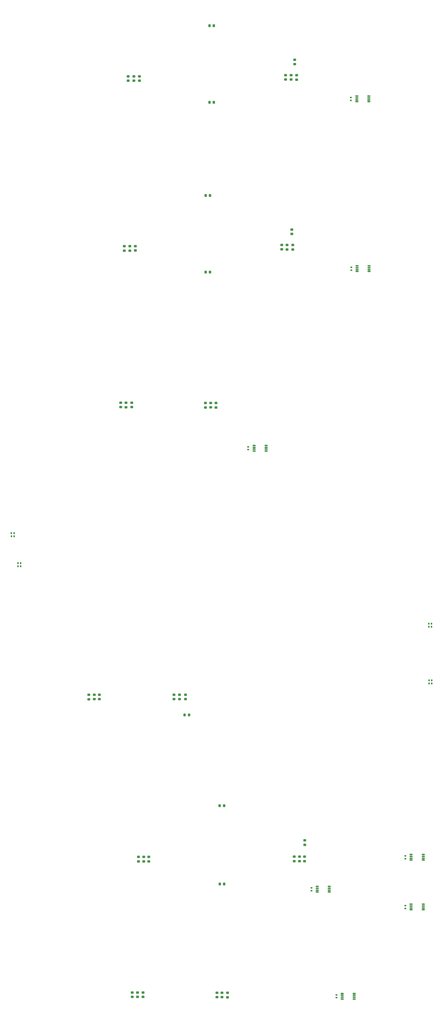
<source format=gbr>
%TF.GenerationSoftware,KiCad,Pcbnew,9.0.3*%
%TF.CreationDate,2025-09-16T14:08:45-04:00*%
%TF.ProjectId,11_CPU_PDU,31315f43-5055-45f5-9044-552e6b696361,rev?*%
%TF.SameCoordinates,Original*%
%TF.FileFunction,Paste,Bot*%
%TF.FilePolarity,Positive*%
%FSLAX46Y46*%
G04 Gerber Fmt 4.6, Leading zero omitted, Abs format (unit mm)*
G04 Created by KiCad (PCBNEW 9.0.3) date 2025-09-16 14:08:45*
%MOMM*%
%LPD*%
G01*
G04 APERTURE LIST*
G04 Aperture macros list*
%AMRoundRect*
0 Rectangle with rounded corners*
0 $1 Rounding radius*
0 $2 $3 $4 $5 $6 $7 $8 $9 X,Y pos of 4 corners*
0 Add a 4 corners polygon primitive as box body*
4,1,4,$2,$3,$4,$5,$6,$7,$8,$9,$2,$3,0*
0 Add four circle primitives for the rounded corners*
1,1,$1+$1,$2,$3*
1,1,$1+$1,$4,$5*
1,1,$1+$1,$6,$7*
1,1,$1+$1,$8,$9*
0 Add four rect primitives between the rounded corners*
20,1,$1+$1,$2,$3,$4,$5,0*
20,1,$1+$1,$4,$5,$6,$7,0*
20,1,$1+$1,$6,$7,$8,$9,0*
20,1,$1+$1,$8,$9,$2,$3,0*%
G04 Aperture macros list end*
%ADD10RoundRect,0.225000X-0.250000X0.225000X-0.250000X-0.225000X0.250000X-0.225000X0.250000X0.225000X0*%
%ADD11O,1.150000X0.449999*%
%ADD12RoundRect,0.140000X0.170000X-0.140000X0.170000X0.140000X-0.170000X0.140000X-0.170000X-0.140000X0*%
%ADD13RoundRect,0.200000X-0.200000X-0.275000X0.200000X-0.275000X0.200000X0.275000X-0.200000X0.275000X0*%
%ADD14RoundRect,0.140000X-0.140000X-0.170000X0.140000X-0.170000X0.140000X0.170000X-0.140000X0.170000X0*%
%ADD15RoundRect,0.140000X0.140000X0.170000X-0.140000X0.170000X-0.140000X-0.170000X0.140000X-0.170000X0*%
%ADD16RoundRect,0.225000X0.225000X0.250000X-0.225000X0.250000X-0.225000X-0.250000X0.225000X-0.250000X0*%
G04 APERTURE END LIST*
D10*
%TO.C,C50*%
X285165001Y-166859999D03*
X285165001Y-168409999D03*
%TD*%
D11*
%TO.C,U17*%
X335842501Y-375030001D03*
X335842501Y-375680002D03*
X335842501Y-376330001D03*
X335842501Y-376980002D03*
X331592501Y-376980002D03*
X331592501Y-376330001D03*
X331592501Y-375680002D03*
X331592501Y-375030001D03*
%TD*%
D12*
%TO.C,C129*%
X329527501Y-376495000D03*
X329527501Y-375535000D03*
%TD*%
D13*
%TO.C,R112*%
X275910001Y-276799999D03*
X277560001Y-276799999D03*
%TD*%
D10*
%TO.C,C9*%
X258055001Y-51720000D03*
X258055001Y-53270000D03*
%TD*%
%TO.C,C20*%
X310255001Y-111150000D03*
X310255001Y-112700000D03*
%TD*%
D12*
%TO.C,C126*%
X353845001Y-327515000D03*
X353845001Y-326555000D03*
%TD*%
D14*
%TO.C,C84*%
X362115850Y-245729999D03*
X363075850Y-245729999D03*
%TD*%
D15*
%TO.C,C110*%
X215823200Y-213875000D03*
X214863200Y-213875000D03*
%TD*%
D10*
%TO.C,C32*%
X316535001Y-326809999D03*
X316535001Y-328359999D03*
%TD*%
D12*
%TO.C,C123*%
X334645001Y-60145000D03*
X334645001Y-59185000D03*
%TD*%
D14*
%TO.C,C95*%
X362190000Y-264679999D03*
X363150000Y-264679999D03*
%TD*%
D10*
%TO.C,C59*%
X291085001Y-374815000D03*
X291085001Y-376365000D03*
%TD*%
%TO.C,C6*%
X313505001Y-51290000D03*
X313505001Y-52840000D03*
%TD*%
D11*
%TO.C,U16*%
X304725000Y-181845001D03*
X304725000Y-182495002D03*
X304725000Y-183145001D03*
X304725000Y-183795002D03*
X300475000Y-183795002D03*
X300475000Y-183145001D03*
X300475000Y-182495002D03*
X300475000Y-181845001D03*
%TD*%
D10*
%TO.C,C10*%
X256065001Y-51720000D03*
X256065001Y-53270000D03*
%TD*%
D12*
%TO.C,C125*%
X320705001Y-338785000D03*
X320705001Y-337825000D03*
%TD*%
D10*
%TO.C,C54*%
X257282501Y-166780000D03*
X257282501Y-168330000D03*
%TD*%
%TO.C,C19*%
X312135001Y-111160000D03*
X312135001Y-112710000D03*
%TD*%
%TO.C,C116*%
X274205001Y-269704999D03*
X274205001Y-271254999D03*
%TD*%
%TO.C,C49*%
X287075001Y-166879999D03*
X287075001Y-168429999D03*
%TD*%
%TO.C,C119*%
X242205001Y-269744999D03*
X242205001Y-271294999D03*
%TD*%
D11*
%TO.C,U14*%
X360160001Y-326050001D03*
X360160001Y-326700002D03*
X360160001Y-327350001D03*
X360160001Y-328000002D03*
X355910001Y-328000002D03*
X355910001Y-327350001D03*
X355910001Y-326700002D03*
X355910001Y-326050001D03*
%TD*%
D10*
%TO.C,C34*%
X263365001Y-326889999D03*
X263365001Y-328439999D03*
%TD*%
D12*
%TO.C,C124*%
X334755001Y-120005000D03*
X334755001Y-119045000D03*
%TD*%
D11*
%TO.C,U13*%
X327020001Y-337320001D03*
X327020001Y-337970002D03*
X327020001Y-338620001D03*
X327020001Y-339270002D03*
X322770001Y-339270002D03*
X322770001Y-338620001D03*
X322770001Y-337970002D03*
X322770001Y-337320001D03*
%TD*%
D10*
%TO.C,C7*%
X311625001Y-51280000D03*
X311625001Y-52830000D03*
%TD*%
D15*
%TO.C,C121*%
X218123200Y-224415000D03*
X217163200Y-224415000D03*
%TD*%
D11*
%TO.C,U11*%
X340960001Y-58680001D03*
X340960001Y-59330002D03*
X340960001Y-59980001D03*
X340960001Y-60630002D03*
X336710001Y-60630002D03*
X336710001Y-59980001D03*
X336710001Y-59330002D03*
X336710001Y-58680001D03*
%TD*%
%TO.C,U12*%
X341070001Y-118540001D03*
X341070001Y-119190002D03*
X341070001Y-119840001D03*
X341070001Y-120490002D03*
X336820001Y-120490002D03*
X336820001Y-119840001D03*
X336820001Y-119190002D03*
X336820001Y-118540001D03*
%TD*%
D10*
%TO.C,C26*%
X313785001Y-105700000D03*
X313785001Y-107250000D03*
%TD*%
%TO.C,C35*%
X261555001Y-326889999D03*
X261555001Y-328439999D03*
%TD*%
%TO.C,C53*%
X255305001Y-166790000D03*
X255305001Y-168340000D03*
%TD*%
D11*
%TO.C,U15*%
X360162501Y-343590001D03*
X360162501Y-344240002D03*
X360162501Y-344890001D03*
X360162501Y-345540002D03*
X355912501Y-345540002D03*
X355912501Y-344890001D03*
X355912501Y-344240002D03*
X355912501Y-343590001D03*
%TD*%
D10*
%TO.C,C60*%
X289175001Y-374795000D03*
X289175001Y-376345000D03*
%TD*%
%TO.C,C64*%
X261292501Y-374715000D03*
X261292501Y-376265000D03*
%TD*%
%TO.C,C23*%
X254695001Y-111590000D03*
X254695001Y-113140000D03*
%TD*%
D15*
%TO.C,C109*%
X215803200Y-212705000D03*
X214843200Y-212705000D03*
%TD*%
D12*
%TO.C,C128*%
X298410000Y-183310000D03*
X298410000Y-182350000D03*
%TD*%
D16*
%TO.C,C14*%
X284920001Y-120715000D03*
X283370001Y-120715000D03*
%TD*%
D10*
%TO.C,C8*%
X260005001Y-51710000D03*
X260005001Y-53260000D03*
%TD*%
D16*
%TO.C,C25*%
X284920001Y-93735000D03*
X283370001Y-93735000D03*
%TD*%
D10*
%TO.C,C18*%
X314105001Y-111180000D03*
X314105001Y-112730000D03*
%TD*%
D14*
%TO.C,C94*%
X362190000Y-265779999D03*
X363150000Y-265779999D03*
%TD*%
D10*
%TO.C,C39*%
X318335001Y-321049999D03*
X318335001Y-322599999D03*
%TD*%
%TO.C,C117*%
X245915001Y-269724999D03*
X245915001Y-271274999D03*
%TD*%
D14*
%TO.C,C85*%
X362115850Y-244629999D03*
X363075850Y-244629999D03*
%TD*%
D16*
%TO.C,C38*%
X289890001Y-308844999D03*
X288340001Y-308844999D03*
%TD*%
D10*
%TO.C,C5*%
X315475001Y-51310000D03*
X315475001Y-52860000D03*
%TD*%
%TO.C,C62*%
X257465001Y-374715000D03*
X257465001Y-376265000D03*
%TD*%
%TO.C,C118*%
X244095001Y-269724999D03*
X244095001Y-271274999D03*
%TD*%
%TO.C,C51*%
X283355001Y-166869999D03*
X283355001Y-168419999D03*
%TD*%
D15*
%TO.C,C122*%
X218113200Y-223295000D03*
X217153200Y-223295000D03*
%TD*%
D16*
%TO.C,C12*%
X286290001Y-33865000D03*
X284740001Y-33865000D03*
%TD*%
D10*
%TO.C,C22*%
X256685001Y-111590000D03*
X256685001Y-113140000D03*
%TD*%
%TO.C,C33*%
X314635001Y-326814999D03*
X314635001Y-328364999D03*
%TD*%
%TO.C,C114*%
X272195001Y-269704999D03*
X272195001Y-271254999D03*
%TD*%
%TO.C,C21*%
X258635001Y-111580000D03*
X258635001Y-113130000D03*
%TD*%
D16*
%TO.C,C1*%
X286290001Y-60845000D03*
X284740001Y-60845000D03*
%TD*%
D10*
%TO.C,C13*%
X314845001Y-45860000D03*
X314845001Y-47410000D03*
%TD*%
%TO.C,C115*%
X276255001Y-269714999D03*
X276255001Y-271264999D03*
%TD*%
%TO.C,C36*%
X259685001Y-326889999D03*
X259685001Y-328439999D03*
%TD*%
%TO.C,C31*%
X318325001Y-326809999D03*
X318325001Y-328359999D03*
%TD*%
%TO.C,C63*%
X259315001Y-374725000D03*
X259315001Y-376275000D03*
%TD*%
%TO.C,C52*%
X253455001Y-166780000D03*
X253455001Y-168330000D03*
%TD*%
%TO.C,C61*%
X287365001Y-374805000D03*
X287365001Y-376355000D03*
%TD*%
D12*
%TO.C,C127*%
X353847501Y-345055000D03*
X353847501Y-344095000D03*
%TD*%
D16*
%TO.C,C27*%
X289920001Y-336414999D03*
X288370001Y-336414999D03*
%TD*%
M02*

</source>
